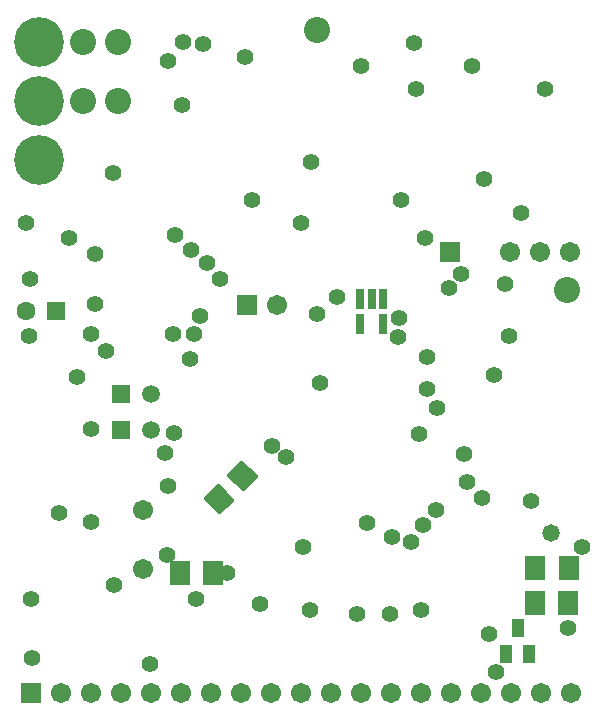
<source format=gbs>
%FSLAX43Y43*%
%MOMM*%
G71*
G01*
G75*
%ADD10C,0.300*%
%ADD11R,0.600X2.200*%
%ADD12R,0.600X2.200*%
%ADD13R,1.600X1.800*%
%ADD14O,2.000X1.000*%
%ADD15R,2.000X1.000*%
%ADD16R,0.800X2.500*%
%ADD17O,0.800X2.500*%
%ADD18R,0.600X1.700*%
%ADD19R,0.600X1.700*%
%ADD20R,1.800X1.600*%
%ADD21C,0.125*%
%ADD22C,0.400*%
%ADD23C,0.500*%
%ADD24R,1.400X1.400*%
%ADD25C,1.400*%
%ADD26C,4.000*%
%ADD27C,2.000*%
%ADD28C,1.500*%
%ADD29R,1.500X1.500*%
%ADD30R,1.300X1.300*%
%ADD31C,1.300*%
%ADD32C,1.200*%
%ADD33C,1.270*%
%ADD34R,0.850X1.300*%
%ADD35R,0.550X1.450*%
%ADD36R,0.550X1.450*%
%ADD37C,0.600*%
%ADD38R,0.803X2.403*%
%ADD39R,0.803X2.403*%
%ADD40R,1.803X2.003*%
%ADD41O,2.203X1.203*%
%ADD42R,2.203X1.203*%
%ADD43R,1.003X2.703*%
%ADD44O,1.003X2.703*%
%ADD45R,0.803X1.903*%
%ADD46R,0.803X1.903*%
%ADD47R,2.003X1.803*%
%ADD48R,1.603X1.603*%
%ADD49C,1.603*%
%ADD50C,4.203*%
%ADD51C,2.203*%
%ADD52C,1.703*%
%ADD53R,1.703X1.703*%
%ADD54R,1.503X1.503*%
%ADD55C,1.503*%
%ADD56C,1.403*%
%ADD57C,1.473*%
%ADD58R,1.053X1.503*%
%ADD59R,0.753X1.653*%
%ADD60R,0.753X1.653*%
D22*
X18062Y17462D02*
X16928Y18596D01*
X17920Y19588D01*
X19054Y18455D01*
X18062Y17462D01*
Y17934D02*
X17399Y18596D01*
X17920Y19117D01*
X18582Y18455D01*
X18062Y17934D01*
Y18405D02*
X17871Y18596D01*
X17920Y18645D01*
X18111Y18455D01*
X18062Y18405D01*
X17991Y18507D02*
Y18543D01*
X20042Y19442D02*
X18908Y20576D01*
X19900Y21568D01*
X21034Y20434D01*
X20042Y19442D01*
Y19914D02*
X19379Y20576D01*
X19900Y21097D01*
X20562Y20434D01*
X20042Y19914D01*
Y20385D02*
X19851Y20576D01*
X19900Y20625D01*
X20091Y20434D01*
X20042Y20385D01*
X19971Y20487D02*
Y20523D01*
D40*
X17513Y12257D02*
D03*
X14713D02*
D03*
X47613Y12682D02*
D03*
X44813Y12682D02*
D03*
X44787Y9693D02*
D03*
X47587D02*
D03*
D48*
X4189Y34433D02*
D03*
D49*
X1689D02*
D03*
D50*
X2800Y47200D02*
D03*
Y52200D02*
D03*
Y57200D02*
D03*
D51*
X47500Y36225D02*
D03*
X26300Y58250D02*
D03*
X6525Y57175D02*
D03*
X9500Y57225D02*
D03*
X6525Y52175D02*
D03*
X9500Y52225D02*
D03*
D52*
X11575Y17617D02*
D03*
Y12617D02*
D03*
X22910Y34937D02*
D03*
X45280Y2100D02*
D03*
X42740D02*
D03*
X47727Y39416D02*
D03*
X45187D02*
D03*
X42647D02*
D03*
X47820Y2100D02*
D03*
X40200D02*
D03*
X37660D02*
D03*
X32580D02*
D03*
X30040D02*
D03*
X27500D02*
D03*
X24960D02*
D03*
X22420D02*
D03*
X19880D02*
D03*
X17340D02*
D03*
X14800D02*
D03*
X12260D02*
D03*
X9720D02*
D03*
X7180D02*
D03*
X4640D02*
D03*
X35120D02*
D03*
D53*
X20370Y34937D02*
D03*
X37567Y39416D02*
D03*
X2100Y2100D02*
D03*
D54*
X9758Y27363D02*
D03*
Y24388D02*
D03*
D55*
X12258Y27363D02*
D03*
Y24388D02*
D03*
D56*
X48725Y14475D02*
D03*
X47600Y7575D02*
D03*
X18700Y12200D02*
D03*
X41450Y3875D02*
D03*
X35500Y40600D02*
D03*
X16700Y57050D02*
D03*
X34550Y57100D02*
D03*
X26279Y34196D02*
D03*
X9075Y46075D02*
D03*
X15000Y57225D02*
D03*
X30012Y55200D02*
D03*
X20238Y55913D02*
D03*
X13700Y55625D02*
D03*
X39450Y55200D02*
D03*
X45625Y53200D02*
D03*
X14900Y51850D02*
D03*
X34675Y53250D02*
D03*
X42550Y32293D02*
D03*
X41268Y28975D02*
D03*
X7175Y16600D02*
D03*
X7225Y32450D02*
D03*
X14125Y32500D02*
D03*
X14325Y40825D02*
D03*
X7145Y24445D02*
D03*
X9125Y11225D02*
D03*
X8450Y31025D02*
D03*
X15900Y32450D02*
D03*
X15650Y39575D02*
D03*
X38800Y22300D02*
D03*
X4475Y17325D02*
D03*
X6000Y28800D02*
D03*
X15525Y30375D02*
D03*
X17000Y38450D02*
D03*
X39025Y19975D02*
D03*
X16400Y34000D02*
D03*
X18075Y37150D02*
D03*
X42250Y36700D02*
D03*
X36450Y26175D02*
D03*
X35150Y9075D02*
D03*
X36400Y17575D02*
D03*
X40250Y18550D02*
D03*
X32525Y8800D02*
D03*
X35275Y16275D02*
D03*
X29725Y8787D02*
D03*
X34250Y14850D02*
D03*
X34975Y24025D02*
D03*
X32687Y15250D02*
D03*
X14250Y24075D02*
D03*
X25700Y9075D02*
D03*
X25125Y14475D02*
D03*
X28050Y35600D02*
D03*
X33200Y32250D02*
D03*
X22500Y22975D02*
D03*
X23700Y22025D02*
D03*
X26600Y28350D02*
D03*
X24950Y41850D02*
D03*
X5350Y40600D02*
D03*
X35625Y30500D02*
D03*
X35600Y27850D02*
D03*
X30575Y16500D02*
D03*
X16050Y10050D02*
D03*
X40850Y7100D02*
D03*
X12200Y4575D02*
D03*
X2200Y5025D02*
D03*
X2100Y10000D02*
D03*
X13600Y13750D02*
D03*
X13700Y19575D02*
D03*
X1975Y32300D02*
D03*
X7500Y39250D02*
D03*
X7525Y35000D02*
D03*
X25800Y47050D02*
D03*
X20800Y43825D02*
D03*
X38525Y37550D02*
D03*
X37475Y36400D02*
D03*
X33225Y33825D02*
D03*
X33400Y43850D02*
D03*
X44450Y18350D02*
D03*
X43625Y42700D02*
D03*
X13450Y22400D02*
D03*
X2000Y37100D02*
D03*
X1675Y41900D02*
D03*
X40500Y45575D02*
D03*
X21500Y9600D02*
D03*
D57*
X46100Y15625D02*
D03*
D58*
X44248Y5373D02*
D03*
X42348D02*
D03*
X43298Y7573D02*
D03*
D59*
X30000Y35450D02*
D03*
X30950Y35450D02*
D03*
X31900Y33300D02*
D03*
X30000D02*
D03*
D60*
X31900Y35450D02*
D03*
M02*

</source>
